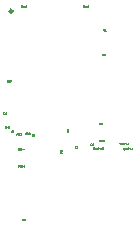
<source format=gto>
G04*
G04 #@! TF.GenerationSoftware,Altium Limited,Altium Designer,18.0.12 (696)*
G04*
G04 Layer_Color=65535*
%FSLAX44Y44*%
%MOMM*%
G71*
G01*
G75*
%ADD10C,0.2500*%
%ADD11C,0.0381*%
%ADD12C,0.0254*%
%ADD13C,0.0500*%
D10*
X-35751Y133420D02*
G03*
X-35751Y133420I-1250J0D01*
G01*
D11*
X-27584Y137970D02*
X-27838Y138223D01*
X-28346D01*
X-28600Y137970D01*
Y136954D01*
X-28346Y136700D01*
X-27838D01*
X-27584Y136954D01*
Y137462D01*
X-28092D01*
X-27076Y136700D02*
Y137716D01*
X-26315D01*
X-26061Y137462D01*
Y136700D01*
X-24537Y138223D02*
Y136700D01*
X-25299D01*
X-25553Y136954D01*
Y137462D01*
X-25299Y137716D01*
X-24537D01*
X33116Y17970D02*
X32862Y18224D01*
X32354D01*
X32100Y17970D01*
Y16954D01*
X32354Y16700D01*
X32862D01*
X33116Y16954D01*
Y17462D01*
X32608D01*
X33623Y16700D02*
Y17716D01*
X34385D01*
X34639Y17462D01*
Y16700D01*
X36163Y18224D02*
Y16700D01*
X35401D01*
X35147Y16954D01*
Y17462D01*
X35401Y17716D01*
X36163D01*
X36671Y17462D02*
X37686D01*
X38194Y17716D02*
Y16954D01*
X38448Y16700D01*
X39210D01*
Y17716D01*
X39718Y18224D02*
Y16700D01*
X40479D01*
X40733Y16954D01*
Y17970D01*
X40479Y18224D01*
X39718D01*
X24716Y137970D02*
X24462Y138223D01*
X23954D01*
X23700Y137970D01*
Y136954D01*
X23954Y136700D01*
X24462D01*
X24716Y136954D01*
Y137462D01*
X24208D01*
X25224Y136700D02*
Y137716D01*
X25985D01*
X26239Y137462D01*
Y136700D01*
X27763Y138223D02*
Y136700D01*
X27001D01*
X26747Y136954D01*
Y137462D01*
X27001Y137716D01*
X27763D01*
X54500Y22066D02*
X55008Y21050D01*
X55516Y22066D01*
X57039D02*
X56277D01*
X56024Y21812D01*
Y21304D01*
X56277Y21050D01*
X57039D01*
X58563Y22066D02*
X57801D01*
X57547Y21812D01*
Y21304D01*
X57801Y21050D01*
X58563D01*
X59071Y21812D02*
X60086D01*
X60594Y22066D02*
Y21304D01*
X60848Y21050D01*
X61610D01*
Y22066D01*
X-26632Y-42444D02*
X-26886Y-42190D01*
X-27393D01*
X-27647Y-42444D01*
Y-42698D01*
X-27393Y-42952D01*
X-26886D01*
X-26632Y-43206D01*
Y-43460D01*
X-26886Y-43714D01*
X-27393D01*
X-27647Y-43460D01*
X-26124Y-42444D02*
X-25870Y-42190D01*
X-25362D01*
X-25108Y-42444D01*
Y-43460D01*
X-25362Y-43714D01*
X-25870D01*
X-26124Y-43460D01*
Y-42444D01*
X17632Y19109D02*
X17378Y19363D01*
X16871D01*
X16617Y19109D01*
Y18094D01*
X16871Y17840D01*
X17378D01*
X17632Y18094D01*
X18140Y17840D02*
X18648D01*
X18394D01*
Y19363D01*
X18140Y19109D01*
X42015Y118189D02*
X41761Y118443D01*
X41253D01*
X40999Y118189D01*
Y117936D01*
X41253Y117682D01*
X41761D01*
X42015Y117428D01*
Y117174D01*
X41761Y116920D01*
X41253D01*
X40999Y117174D01*
X42523Y116920D02*
X43031D01*
X42777D01*
Y118443D01*
X42523Y118189D01*
X37717Y39148D02*
Y37625D01*
X38478D01*
X38732Y37879D01*
Y38895D01*
X38478Y39148D01*
X37717D01*
X40002D02*
X39494D01*
X39240Y38895D01*
Y37879D01*
X39494Y37625D01*
X40002D01*
X40256Y37879D01*
Y38895D01*
X40002Y39148D01*
X39999Y97443D02*
Y96174D01*
X40253Y95920D01*
X40761D01*
X41015Y96174D01*
Y97443D01*
X41523Y97190D02*
X41777Y97443D01*
X42285D01*
X42539Y97190D01*
Y96174D01*
X42285Y95920D01*
X41777D01*
X41523Y96174D01*
Y97190D01*
X37217Y24623D02*
Y23608D01*
X37724Y23100D01*
X38232Y23608D01*
Y24623D01*
X38740D02*
Y23100D01*
X39502D01*
X39756Y23354D01*
Y24370D01*
X39502Y24623D01*
X38740D01*
X40264D02*
Y23100D01*
X41025D01*
X41279Y23354D01*
Y24370D01*
X41025Y24623D01*
X40264D01*
X-40900Y73600D02*
Y75124D01*
X-40138D01*
X-39884Y74870D01*
Y74362D01*
X-40138Y74108D01*
X-40900D01*
X-40392D02*
X-39884Y73600D01*
X-38361Y75124D02*
X-39376D01*
Y73600D01*
X-38361D01*
X-39376Y74362D02*
X-38869D01*
X-36837Y75124D02*
X-37853D01*
Y74362D01*
X-37345D01*
X-37853D01*
Y73600D01*
X11413Y31275D02*
X9890D01*
Y32037D01*
X10143Y32291D01*
X10651D01*
X10905Y32037D01*
Y31275D01*
Y31783D02*
X11413Y32291D01*
X10143Y32799D02*
X9890Y33052D01*
Y33560D01*
X10143Y33814D01*
X10397D01*
X10651Y33560D01*
Y33306D01*
Y33560D01*
X10905Y33814D01*
X11159D01*
X11413Y33560D01*
Y33052D01*
X11159Y32799D01*
X5600Y13675D02*
X4076D01*
Y14437D01*
X4330Y14691D01*
X4838D01*
X5092Y14437D01*
Y13675D01*
Y14183D02*
X5600Y14691D01*
Y16214D02*
Y15199D01*
X4584Y16214D01*
X4330D01*
X4076Y15960D01*
Y15452D01*
X4330Y15199D01*
X-19519Y29556D02*
X-17996D01*
Y28794D01*
X-18250Y28540D01*
X-18758D01*
X-19012Y28794D01*
Y29556D01*
Y29048D02*
X-19519Y28540D01*
Y28032D02*
Y27525D01*
Y27778D01*
X-17996D01*
X-18250Y28032D01*
X-43575Y46225D02*
Y47748D01*
X-42813D01*
X-42559Y47495D01*
Y46987D01*
X-42813Y46733D01*
X-43575D01*
X-43067D02*
X-42559Y46225D01*
X-42052Y47495D02*
X-41798Y47748D01*
X-41290D01*
X-41036Y47495D01*
Y46479D01*
X-41290Y46225D01*
X-41798D01*
X-42052Y46479D01*
Y47495D01*
X-41509Y35720D02*
X-41763Y35973D01*
X-42271D01*
X-42525Y35720D01*
Y34704D01*
X-42271Y34450D01*
X-41763D01*
X-41509Y34704D01*
Y35212D01*
X-42017D01*
X-41002Y34450D02*
Y35973D01*
X-39986Y34450D01*
Y35973D01*
X-39478D02*
Y34450D01*
X-38716D01*
X-38462Y34704D01*
Y35720D01*
X-38716Y35973D01*
X-39478D01*
X31061Y21291D02*
X30807Y21545D01*
X30299D01*
X30045Y21291D01*
Y20275D01*
X30299Y20022D01*
X30807D01*
X31061Y20275D01*
X32585Y20022D02*
X31569D01*
X32585Y21037D01*
Y21291D01*
X32331Y21545D01*
X31823D01*
X31569Y21291D01*
X-37200Y31250D02*
Y32266D01*
X-36692Y32773D01*
X-36184Y32266D01*
Y31250D01*
Y32012D01*
X-37200D01*
X-35677Y32773D02*
X-35169D01*
X-35423D01*
Y31250D01*
X-35677D01*
X-35169D01*
X-25275Y29325D02*
Y30341D01*
X-24767Y30849D01*
X-24259Y30341D01*
Y29325D01*
Y30087D01*
X-25275D01*
X-23751Y30849D02*
X-23244D01*
X-23498D01*
Y29325D01*
X-23751D01*
X-23244D01*
X-22482Y30595D02*
X-22228Y30849D01*
X-21720D01*
X-21466Y30595D01*
Y30341D01*
X-21720Y30087D01*
X-21974D01*
X-21720D01*
X-21466Y29833D01*
Y29579D01*
X-21720Y29325D01*
X-22228D01*
X-22482Y29579D01*
X-32575Y28825D02*
Y29841D01*
X-32067Y30348D01*
X-31559Y29841D01*
Y28825D01*
Y29587D01*
X-32575D01*
X-31051Y30348D02*
X-30544D01*
X-30798D01*
Y28825D01*
X-31051D01*
X-30544D01*
X-28766D02*
X-29782D01*
X-28766Y29841D01*
Y30095D01*
X-29020Y30348D01*
X-29528D01*
X-29782Y30095D01*
D12*
X58383Y16242D02*
X58637D01*
X58891Y16496D01*
Y17766D01*
X58129D01*
X57875Y17512D01*
Y17004D01*
X58129Y16750D01*
X58891D01*
X59398D02*
Y17766D01*
X60160D01*
X60414Y17512D01*
Y16750D01*
X61938Y18274D02*
Y16750D01*
X61176D01*
X60922Y17004D01*
Y17512D01*
X61176Y17766D01*
X61938D01*
X62446Y17512D02*
X63461D01*
X63969Y17766D02*
Y17004D01*
X64223Y16750D01*
X64985D01*
Y17766D01*
D13*
X-31676Y15600D02*
Y17599D01*
X-30677D01*
X-30343Y17266D01*
Y16600D01*
X-30677Y16266D01*
X-31676D01*
X-28344Y17266D02*
X-28677Y17599D01*
X-29344D01*
X-29677Y17266D01*
Y16933D01*
X-29344Y16600D01*
X-28677D01*
X-28344Y16266D01*
Y15933D01*
X-28677Y15600D01*
X-29344D01*
X-29677Y15933D01*
X-27678Y16600D02*
X-26345D01*
X-31196Y1333D02*
Y3332D01*
X-30196D01*
X-29863Y2999D01*
Y2332D01*
X-30196Y1999D01*
X-31196D01*
X-27864Y2999D02*
X-28197Y3332D01*
X-28863D01*
X-29196Y2999D01*
Y2666D01*
X-28863Y2332D01*
X-28197D01*
X-27864Y1999D01*
Y1666D01*
X-28197Y1333D01*
X-28863D01*
X-29196Y1666D01*
X-27197Y2332D02*
X-25864D01*
X-26531Y2999D02*
Y1666D01*
M02*

</source>
